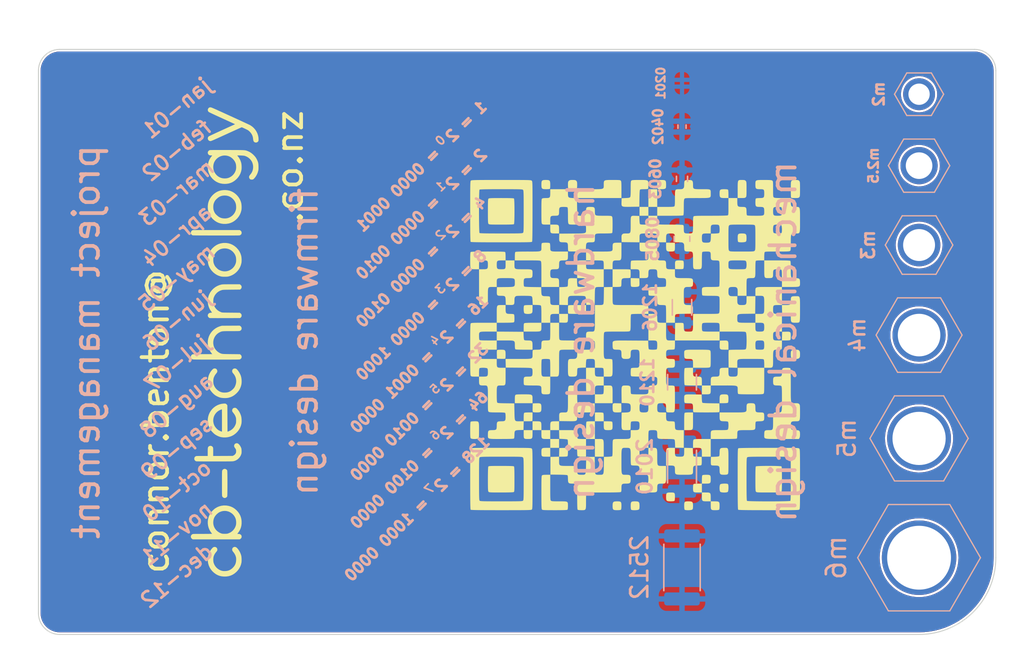
<source format=kicad_pcb>
(kicad_pcb (version 20211014) (generator pcbnew)
  (title_block (title "N20 FACEPLATE") (date "2022-01-01") (rev "0A") (company "CB-TECHNOLOGY"))
  (layers (0 "F.Cu" signal) (31 "B.Cu" signal) (34 "B.Paste" user) (35 "F.Paste" user) (36 "B.SilkS" user "B.Silkscreen") (37 "F.SilkS" user "F.Silkscreen") (38 "B.Mask" user) (39 "F.Mask" user) (44 "Edge.Cuts" user))
  (net 0 "")
  (net 1 "GND")
  (footprint "LOGO" (layer "F.Cu") (at 211 155 90)
    (fp_text reference "G***" hide)
    (fp_text value "LOGO" hide)
  )
  (footprint "LOGO" (layer "F.Cu") (at 172.5 150 90)
    (fp_text reference "G***" hide)
    (fp_text value "LOGO" hide)
  )
  (footprint "MountingHole:MountingHole_3mm" (layer "B.Cu") (at 237.786 140.893 -90)
    (fp_text reference "H3" hide)
    (fp_text value "MountingHole_Pad" hide)
    (pad "1" thru_hole circle (at 0 0 270) (size 4 4) (drill 3) (layers *.Cu *.Mask))
  )
  (footprint "R_Resistor:R_2512" (layer "B.Cu") (at 215.5 171.202 -90)
    (fp_text reference "R8" hide)
    (fp_text value "R_2512" hide)
    (pad "1" smd roundrect (at -2.9625 0 270) (size 1.225 3.35) (layers "B.Cu" "B.Paste" "B.Mask") (roundrect_rratio 0.2040816327) (net 1 "GND"))
    (pad "2" smd roundrect (at 2.9625 0 270) (size 1.225 3.35) (layers "B.Cu" "B.Paste" "B.Mask") (roundrect_rratio 0.2040816327) (net 1 "GND"))
  )
  (footprint "MountingHole:MountingHole_2.5mm" (layer "B.Cu") (at 237.786 133.429 -90)
    (fp_text reference "H2" hide)
    (fp_text value "MountingHole_Pad" hide)
    (pad "1" thru_hole circle (at 0 0 270) (size 3.5 3.5) (drill 2.5) (layers *.Cu *.Mask))
  )
  (footprint "R_Resistor:R_0603" (layer "B.Cu") (at 215.5 134.67 -90)
    (fp_text reference "R3" hide)
    (fp_text value "R_0603" hide)
    (pad "1" smd roundrect (at -0.825 0 270) (size 0.8 0.95) (layers "B.Cu" "B.Paste" "B.Mask") (net 1 "GND"))
    (pad "2" smd roundrect (at 0.825 0 270) (size 0.8 0.95) (layers "B.Cu" "B.Paste" "B.Mask") (net 1 "GND"))
  )
  (footprint "R_Resistor:R_1206" (layer "B.Cu") (at 215.5 146.75 -90)
    (fp_text reference "R5" hide)
    (fp_text value "R_1206" hide)
    (pad "1" smd roundrect (at -1.4625 0 270) (size 1.125 1.75) (layers "B.Cu" "B.Paste" "B.Mask") (roundrect_rratio 0.2222222222) (net 1 "GND"))
    (pad "2" smd roundrect (at 1.4625 0 270) (size 1.125 1.75) (layers "B.Cu" "B.Paste" "B.Mask") (roundrect_rratio 0.2222222222) (net 1 "GND"))
  )
  (footprint "R_Resistor:R_0201" (layer "B.Cu") (at 215.5 125.68 -90)
    (fp_text reference "R1" hide)
    (fp_text value "R_0201" hide)
    (pad "1" smd roundrect locked (at -0.32 0 270) (size 0.46 0.4) (layers "B.Cu" "B.Mask") (net 1 "GND"))
    (pad "2" smd roundrect locked (at 0.32 0 270) (size 0.46 0.4) (layers "B.Cu" "B.Mask") (net 1 "GND"))
  )
  (footprint "MountingHole:MountingHole_6mm" (layer "B.Cu") (at 237.786 170.286 -90)
    (fp_text reference "H6" hide)
    (fp_text value "MountingHole_Pad" hide)
    (pad "1" thru_hole circle (at 0 0 270) (size 7 7) (drill 6) (layers *.Cu *.Mask))
  )
  (footprint "MountingHole:MountingHole_2mm" (layer "B.Cu") (at 237.786 126.714 -90)
    (fp_text reference "H1" hide)
    (fp_text value "MountingHole_Pad" hide)
    (pad "1" thru_hole circle (at 0 0 270) (size 3 3) (drill 2) (layers *.Cu *.Mask))
  )
  (footprint "R_Resistor:R_2010" (layer "B.Cu") (at 215.5 161.72 -90)
    (fp_text reference "R6" hide)
    (fp_text value "R_2010" hide)
    (pad "1" smd roundrect (at -2.3125 0 270) (size 1.225 2.65) (layers "B.Cu" "B.Paste" "B.Mask") (roundrect_rratio 0.2040816327) (net 1 "GND"))
    (pad "2" smd roundrect (at 2.3125 0 270) (size 1.225 2.65) (layers "B.Cu" "B.Paste" "B.Mask") (roundrect_rratio 0.2040816327) (net 1 "GND"))
  )
  (footprint "R_Resistor:R_0805" (layer "B.Cu") (at 215.5 140.31 -90)
    (fp_text reference "R4" hide)
    (fp_text value "R_0805" hide)
    (pad "1" smd roundrect (at -0.9125 0 270) (size 1.025 1.4) (layers "B.Cu" "B.Paste" "B.Mask") (roundrect_rratio 0.243902439) (net 1 "GND"))
    (pad "2" smd roundrect (at 0.9125 0 270) (size 1.025 1.4) (layers "B.Cu" "B.Paste" "B.Mask") (roundrect_rratio 0.243902439) (net 1 "GND"))
  )
  (footprint "R_Resistor:R_1210" (layer "B.Cu") (at 215.5 153.79 -90)
    (fp_text reference "R7" hide)
    (fp_text value "R_1210" hide)
    (pad "1" smd roundrect (at -1.4625 0 270) (size 1.125 2.65) (layers "B.Cu" "B.Paste" "B.Mask") (roundrect_rratio 0.2222222222) (net 1 "GND"))
    (pad "2" smd roundrect (at 1.4625 0 270) (size 1.125 2.65) (layers "B.Cu" "B.Paste" "B.Mask") (roundrect_rratio 0.2222222222) (net 1 "GND"))
  )
  (footprint "R_Resistor:R_0402" (layer "B.Cu") (at 215.5 129.76 -90)
    (fp_text reference "R2" hide)
    (fp_text value "R_0402" hide)
    (pad "1" smd roundrect (at -0.51 0 270) (size 0.54 0.64) (layers "B.Cu" "B.Paste" "B.Mask") (net 1 "GND"))
    (pad "2" smd roundrect (at 0.51 0 270) (size 0.54 0.64) (layers "B.Cu" "B.Paste" "B.Mask") (net 1 "GND"))
  )
  (footprint "MountingHole:MountingHole_5mm" (layer "B.Cu") (at 237.786 159.071 -90)
    (fp_text reference "H5" hide)
    (fp_text value "MountingHole_Pad" hide)
    (pad "1" thru_hole circle (at 0 0 270) (size 6 6) (drill 5) (layers *.Cu *.Mask))
  )
  (footprint "MountingHole:MountingHole_4mm" (layer "B.Cu") (at 237.786 149.357 -90)
    (fp_text reference "H4" hide)
    (fp_text value "MountingHole_Pad" hide)
    (pad "1" thru_hole circle (at 0 0 270) (size 5 5) (drill 4) (layers *.Cu *.Mask))
  )
  (gr_line (start 245 124.5) (end 245 170.286) (layer "Edge.Cuts") (width 0.1))
  (gr_line (start 157 122.5) (end 243 122.5) (layer "Edge.Cuts") (width 0.1))
  (gr_arc (start 243 122.5) (mid 244.414214 123.085786) (end 245 124.5) (layer "Edge.Cuts") (width 0.1))
  (gr_arc (start 155 124.5) (mid 155.585786 123.085786) (end 157 122.5) (layer "Edge.Cuts") (width 0.1))
  (gr_line (start 155 124.5) (end 155 175.5) (layer "Edge.Cuts") (width 0.1))
  (gr_arc (start 245 170.286) (mid 242.887068 175.387068) (end 237.786 177.5) (layer "Edge.Cuts") (width 0.1))
  (gr_line (start 157 177.5) (end 237.786 177.5) (layer "Edge.Cuts") (width 0.1))
  (gr_arc (start 157 177.5) (mid 155.585786 176.914214) (end 155 175.5) (layer "Edge.Cuts") (width 0.1))
  (gr_text "2 = 2  = 0000 0010" (at 191 138 45) (layer "B.SilkS") (effects (font (size 1 1) (thickness 0.25)) (justify mirror)))
  (gr_text "m6" (at 230 170.286 90) (layer "B.SilkS") (effects (font (size 1.8 1.8) (thickness 0.25)) (justify mirror)))
  (gr_text "1" (at 192.786 135.382 45) (layer "B.SilkS") (effects (font (size 0.8 0.8) (thickness 0.16)) (justify mirror)))
  (gr_text "128 = 2  = 1000 0000" (at 190.6 165.7 45) (layer "B.SilkS") (effects (font (size 1 1) (thickness 0.25)) (justify mirror)))
  (gr_text "3" (at 192.786 145.034 45) (layer "B.SilkS") (effects (font (size 0.8 0.8) (thickness 0.16)) (justify mirror)))
  (gr_text "m4" (at 232 149.357 90) (layer "B.SilkS") (effects (font (size 1.4 1.4) (thickness 0.25)) (justify mirror)))
  (gr_text "m2.5" (at 233.5 133.429 90) (layer "B.SilkS") (effects (font (size 0.9 0.9) (thickness 0.225)) (justify mirror)))
  (gr_text "16 = 2  = 0001 0000" (at 190.8 152.1 45) (layer "B.SilkS") (effects (font (size 1 1) (thickness 0.25)) (justify mirror)))
  (gr_text "0805" (at 212.75 140.31 90) (layer "B.SilkS") (effects (font (size 1.1 1.1) (thickness 0.25)) (justify mirror)))
  (gr_text "aug-08" (at 168 156 40) (layer "B.SilkS") (effects (font (size 1.4 1.4) (thickness 0.25)) (justify mirror)))
  (gr_text "2512" (at 211.5 171.202 90) (layer "B.SilkS") (effects (font (size 1.6 1.6) (thickness 0.25)) (justify mirror)))
  (gr_text "7" (at 191.77 163.83 45) (layer "B.SilkS") (effects (font (size 0.8 0.8) (thickness 0.16)) (justify mirror)))
  (gr_text "mechanical design" (at 225 150 90) (layer "B.SilkS") (effects (font (size 2.4 2.4) (thickness 0.35)) (justify mirror)))
  (gr_text "jan-01" (at 168 128 40) (layer "B.SilkS") (effects (font (size 1.4 1.4) (thickness 0.25)) (justify mirror)))
  (gr_text "2" (at 192.786 139.954 45) (layer "B.SilkS") (effects (font (size 0.8 0.8) (thickness 0.16)) (justify mirror)))
  (gr_text "project management" (at 159.5 150 90) (layer "B.SilkS") (effects (font (size 2.4 2.4) (thickness 0.35)) (justify mirror)))
  (gr_text "oct-10" (at 168 164 40) (layer "B.SilkS") (effects (font (size 1.4 1.4) (thickness 0.25)) (justify mirror)))
  (gr_text "jun-06" (at 168 148 40) (layer "B.SilkS") (effects (font (size 1.4 1.4) (thickness 0.25)) (justify mirror)))
  (gr_text "feb-02" (at 168 132 40) (layer "B.SilkS") (effects (font (size 1.4 1.4) (thickness 0.25)) (justify mirror)))
  (gr_text "nov-11" (at 168 168 40) (layer "B.SilkS") (effects (font (size 1.4 1.4) (thickness 0.25)) (justify mirror)))
  (gr_text "firmware design" (at 180 150 90) (layer "B.SilkS") (effects (font (size 2.4 2.4) (thickness 0.35)) (justify mirror)))
  (gr_text "0402" (at 213.25 129.76 90) (layer "B.SilkS") (effects (font (size 0.9 0.9) (thickness 0.225)) (justify mirror)))
  (gr_text "1210" (at 212.25 153.79 90) (layer "B.SilkS") (effects (font (size 1.2 1.2) (thickness 0.25)) (justify mirror)))
  (gr_text "jul-07" (at 168 152 40) (layer "B.SilkS") (effects (font (size 1.4 1.4) (thickness 0.25)) (justify mirror)))
  (gr_text "m3" (at 233 140.893 90) (layer "B.SilkS") (effects (font (size 1.2 1.2) (thickness 0.25)) (justify mirror)))
  (gr_text "1206" (at 212.5 146.75 90) (layer "B.SilkS") (effects (font (size 1.2 1.2) (thickness 0.25)) (justify mirror)))
  (gr_text "0201" (at 213.5 125.68 90) (layer "B.SilkS") (effects (font (size 0.8 0.8) (thickness 0.2)) (justify mirror)))
  (gr_text "2010" (at 212 161.72 90) (layer "B.SilkS") (effects (font (size 1.4 1.4) (thickness 0.25)) (justify mirror)))
  (gr_text "6" (at 192.278 158.75 45) (layer "B.SilkS") (effects (font (size 0.8 0.8) (thickness 0.16)) (justify mirror)))
  (gr_text "hardware design" (at 206 150 90) (layer "B.SilkS") (effects (font (size 2.4 2.4) (thickness 0.35)) (justify mirror)))
  (gr_text "m5" (at 231 159.071 90) (layer "B.SilkS") (effects (font (size 1.6 1.6) (thickness 0.25)) (justify mirror)))
  (gr_text "sep-09" (at 168 160 40) (layer "B.SilkS") (effects (font (size 1.4 1.4) (thickness 0.25)) (justify mirror)))
  (gr_text "dec-12" (at 168 172 40) (layer "B.SilkS") (effects (font (size 1.4 1.4) (thickness 0.25)) (justify mirror)))
  (gr_text "0\n" (at 192.786 131.064 45) (layer "B.SilkS") (effects (font (size 0.8 0.8) (thickness 0.16)) (justify mirror)))
  (gr_text "mar-03" (at 168 136 40) (layer "B.SilkS") (effects (font (size 1.4 1.4) (thickness 0.25)) (justify mirror)))
  (gr_text "32 = 2  = 0010 0000" (at 190.8 156.6 45) (layer "B.SilkS") (effects (font (size 1 1) (thickness 0.25)) (justify mirror)))
  (gr_text "64 = 2  = 0100 0000" (at 190.8 161.1 45) (layer "B.SilkS") (effects (font (size 1 1) (thickness 0.25)) (justify mirror)))
  (gr_text "5" (at 192.278 154.432 45) (layer "B.SilkS") (effects (font (size 0.8 0.8) (thickness 0.16)) (justify mirror)))
  (gr_text "4" (at 192.278 149.86 45) (layer "B.SilkS") (effects (font (size 0.8 0.8) (thickness 0.16)) (justify mirror)))
  (gr_text "1 = 2  = 0000 0001" (at 191 133.5 45) (layer "B.SilkS") (effects (font (size 1 1) (thickness 0.25)) (justify mirror)))
  (gr_text "4 = 2  = 0000 0100" (at 191 142.5 45) (layer "B.SilkS") (effects (font (size 1 1) (thickness 0.25)) (justify mirror)))
  (gr_text "0603" (at 213 134.67 90) (layer "B.SilkS") (effects (font (size 1 1) (thickness 0.25)) (justify mirror)))
  (gr_text "m2" (at 234 126.714 90) (layer "B.SilkS") (effects (font (size 1 1) (thickness 0.25)) (justify mirror)))
  (gr_text "apr-04" (at 168 140 40) (layer "B.SilkS") (effects (font (size 1.4 1.4) (thickness 0.25)) (justify mirror)))
  (gr_text "may-05" (at 168 144 40) (layer "B.SilkS") (effects (font (size 1.4 1.4) (thickness 0.25)) (justify mirror)))
  (gr_text "8 = 2  = 0000 1000" (at 191 147.5 45) (layer "B.SilkS") (effects (font (size 1 1) (thickness 0.25)) (justify mirror)))
  (gr_text ".co.nz" (at 178.6 128 90) (layer "F.SilkS") (effects (font (size 2.4 2.4) (thickness 0.35)) (justify right)))
  (gr_text "connor.benton@" (at 166 172 90) (layer "F.SilkS") (effects (font (size 2.4 2.4) (thickness 0.35)) (justify left)))
  (zone (net 1) (net_name "GND") (layers F&B.Cu) (connect_pads (clearance 0.2)) (min_thickness 0.2) (fill yes (thermal_gap 0.508) (thermal_bridge_width 0.508) (island_removal_mode 1) (island_area_min 0))
    (polygon (pts (xy 246.888 120.142) (xy 247.65 180.086) (xy 151.384 179.07) (xy 152.654 119.126) (xy 157.226 117.856)))
  )
)
</source>
